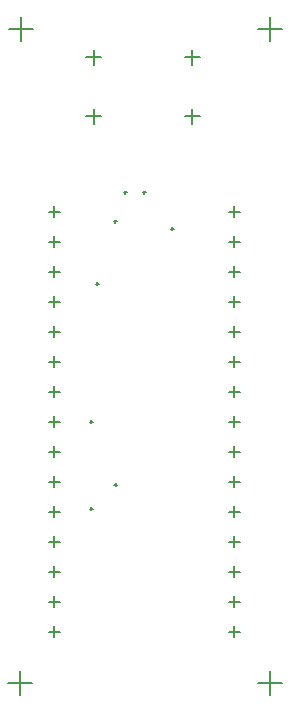
<source format=gbr>
G04*
G04 #@! TF.GenerationSoftware,Altium Limited,Altium Designer,23.1.1 (15)*
G04*
G04 Layer_Color=128*
%FSLAX25Y25*%
%MOIN*%
G70*
G04*
G04 #@! TF.SameCoordinates,7F6F0EF6-604E-4872-8498-859B9B4CD440*
G04*
G04*
G04 #@! TF.FilePolarity,Positive*
G04*
G01*
G75*
%ADD44C,0.00500*%
D44*
X143852Y166165D02*
X147450D01*
X145651Y164366D02*
Y167965D01*
X143852Y156165D02*
X147450D01*
X145651Y154366D02*
Y157965D01*
X143852Y146165D02*
X147450D01*
X145651Y144366D02*
Y147965D01*
X143852Y136165D02*
X147450D01*
X145651Y134366D02*
Y137965D01*
X143852Y126165D02*
X147450D01*
X145651Y124366D02*
Y127965D01*
X143852Y116165D02*
X147450D01*
X145651Y114366D02*
Y117965D01*
X143852Y106165D02*
X147450D01*
X145651Y104366D02*
Y107965D01*
X143852Y96165D02*
X147450D01*
X145651Y94366D02*
Y97965D01*
X143852Y86165D02*
X147450D01*
X145651Y84366D02*
Y87965D01*
X143852Y76165D02*
X147450D01*
X145651Y74366D02*
Y77965D01*
X143852Y66165D02*
X147450D01*
X145651Y64366D02*
Y67965D01*
X143852Y56165D02*
X147450D01*
X145651Y54366D02*
Y57965D01*
X143852Y46165D02*
X147450D01*
X145651Y44366D02*
Y47965D01*
X143852Y36165D02*
X147450D01*
X145651Y34366D02*
Y37965D01*
X143852Y26165D02*
X147450D01*
X145651Y24366D02*
Y27965D01*
X203852Y26165D02*
X207450D01*
X205651Y24366D02*
Y27965D01*
X203852Y36165D02*
X207450D01*
X205651Y34366D02*
Y37965D01*
X203852Y46165D02*
X207450D01*
X205651Y44366D02*
Y47965D01*
X203852Y56165D02*
X207450D01*
X205651Y54366D02*
Y57965D01*
X203852Y66165D02*
X207450D01*
X205651Y64366D02*
Y67965D01*
X203852Y76165D02*
X207450D01*
X205651Y74366D02*
Y77965D01*
X203852Y86165D02*
X207450D01*
X205651Y84366D02*
Y87965D01*
X203852Y96165D02*
X207450D01*
X205651Y94366D02*
Y97965D01*
X203852Y106165D02*
X207450D01*
X205651Y104366D02*
Y107965D01*
X203852Y116165D02*
X207450D01*
X205651Y114366D02*
Y117965D01*
X203852Y126165D02*
X207450D01*
X205651Y124366D02*
Y127965D01*
X203852Y136165D02*
X207450D01*
X205651Y134366D02*
Y137965D01*
X203852Y146165D02*
X207450D01*
X205651Y144366D02*
Y147965D01*
X203852Y156165D02*
X207450D01*
X205651Y154366D02*
Y157965D01*
X203852Y166165D02*
X207450D01*
X205651Y164366D02*
Y167965D01*
X156219Y197958D02*
X161337D01*
X158778Y195398D02*
Y200517D01*
X156219Y217642D02*
X161337D01*
X158778Y215083D02*
Y220201D01*
X189113Y197958D02*
X194231D01*
X191672Y195398D02*
Y200517D01*
X189113Y217642D02*
X194231D01*
X191672Y215083D02*
Y220201D01*
X130500Y227000D02*
X138500D01*
X134500Y223000D02*
Y231000D01*
X213600Y227000D02*
X221600D01*
X217600Y223000D02*
Y231000D01*
X130100Y9000D02*
X138100D01*
X134100Y5000D02*
Y13000D01*
X213500Y9000D02*
X221500D01*
X217500Y5000D02*
Y13000D01*
X165600Y75200D02*
X166600D01*
X166100Y74700D02*
Y75700D01*
X157509Y96165D02*
X158509D01*
X158009Y95665D02*
Y96665D01*
X157509Y67107D02*
X158509D01*
X158009Y66607D02*
Y67607D01*
X159500Y142200D02*
X160500D01*
X160000Y141700D02*
Y142700D01*
X175151Y172600D02*
X176151D01*
X175651Y172100D02*
Y173100D01*
X168732Y172594D02*
X169732D01*
X169232Y172094D02*
Y173094D01*
X165423Y163008D02*
X166423D01*
X165923Y162508D02*
Y163508D01*
X184457Y160570D02*
X185457D01*
X184957Y160070D02*
Y161070D01*
M02*

</source>
